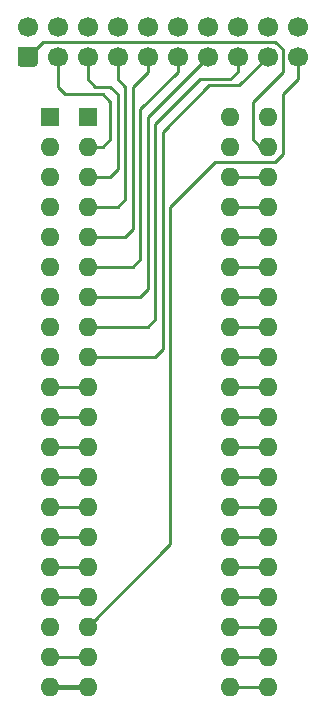
<source format=gtl>
%TF.GenerationSoftware,KiCad,Pcbnew,(5.1.8)-1*%
%TF.CreationDate,2021-03-10T03:30:20+01:00*%
%TF.ProjectId,C64 1541-II VIA Adapter,43363420-3135-4343-912d-494920564941,rev?*%
%TF.SameCoordinates,Original*%
%TF.FileFunction,Copper,L1,Top*%
%TF.FilePolarity,Positive*%
%FSLAX46Y46*%
G04 Gerber Fmt 4.6, Leading zero omitted, Abs format (unit mm)*
G04 Created by KiCad (PCBNEW (5.1.8)-1) date 2021-03-10 03:30:20*
%MOMM*%
%LPD*%
G01*
G04 APERTURE LIST*
%TA.AperFunction,ComponentPad*%
%ADD10C,1.700000*%
%TD*%
%TA.AperFunction,ComponentPad*%
%ADD11O,1.600000X1.600000*%
%TD*%
%TA.AperFunction,ComponentPad*%
%ADD12R,1.600000X1.600000*%
%TD*%
%TA.AperFunction,Conductor*%
%ADD13C,0.250000*%
%TD*%
%TA.AperFunction,Conductor*%
%ADD14C,0.381000*%
%TD*%
G04 APERTURE END LIST*
D10*
%TO.P,J2,11*%
%TO.N,GND*%
X100330000Y-54610000D03*
X102870000Y-54610000D03*
X105410000Y-54610000D03*
X107950000Y-54610000D03*
X110490000Y-54610000D03*
X113030000Y-54610000D03*
X115570000Y-54610000D03*
X118110000Y-54610000D03*
X120650000Y-54610000D03*
%TO.P,J2,10*%
%TO.N,/CB1*%
X123190000Y-57150000D03*
%TO.P,J2,8*%
%TO.N,/PA6*%
X118110000Y-57150000D03*
%TO.P,J2,6*%
%TO.N,/PA4*%
X113030000Y-57150000D03*
%TO.P,J2,4*%
%TO.N,/PA2*%
X107950000Y-57150000D03*
%TO.P,J2,2*%
%TO.N,/PA0*%
X102870000Y-57150000D03*
%TO.P,J2,11*%
%TO.N,GND*%
X123190000Y-54610000D03*
%TO.P,J2,9*%
%TO.N,/PA7*%
X120650000Y-57150000D03*
%TO.P,J2,7*%
%TO.N,/PA5*%
X115570000Y-57150000D03*
%TO.P,J2,5*%
%TO.N,/PA3*%
X110490000Y-57150000D03*
%TO.P,J2,3*%
%TO.N,/PA1*%
X105410000Y-57150000D03*
%TO.P,J2,1*%
%TO.N,/CA2*%
%TA.AperFunction,ComponentPad*%
G36*
G01*
X100930000Y-58000000D02*
X99730000Y-58000000D01*
G75*
G02*
X99480000Y-57750000I0J250000D01*
G01*
X99480000Y-56550000D01*
G75*
G02*
X99730000Y-56300000I250000J0D01*
G01*
X100930000Y-56300000D01*
G75*
G02*
X101180000Y-56550000I0J-250000D01*
G01*
X101180000Y-57750000D01*
G75*
G02*
X100930000Y-58000000I-250000J0D01*
G01*
G37*
%TD.AperFunction*%
%TD*%
D11*
%TO.P,A1,40*%
%TO.N,/CA1*%
X117475000Y-62230000D03*
%TO.P,A1,20*%
%TO.N,VCC*%
X102235000Y-110490000D03*
%TO.P,A1,39*%
%TO.N,N/C*%
X117475000Y-64770000D03*
%TO.P,A1,19*%
%TO.N,/CB2*%
X102235000Y-107950000D03*
%TO.P,A1,38*%
%TO.N,/RS0*%
X117475000Y-67310000D03*
%TO.P,A1,18*%
%TO.N,N/C*%
X102235000Y-105410000D03*
%TO.P,A1,37*%
%TO.N,/RS1*%
X117475000Y-69850000D03*
%TO.P,A1,17*%
%TO.N,/PB7*%
X102235000Y-102870000D03*
%TO.P,A1,36*%
%TO.N,/RS2*%
X117475000Y-72390000D03*
%TO.P,A1,16*%
%TO.N,/PB6*%
X102235000Y-100330000D03*
%TO.P,A1,35*%
%TO.N,/RS3*%
X117475000Y-74930000D03*
%TO.P,A1,15*%
%TO.N,/PB5*%
X102235000Y-97790000D03*
%TO.P,A1,34*%
%TO.N,/~RESET*%
X117475000Y-77470000D03*
%TO.P,A1,14*%
%TO.N,/PB4*%
X102235000Y-95250000D03*
%TO.P,A1,33*%
%TO.N,/D0*%
X117475000Y-80010000D03*
%TO.P,A1,13*%
%TO.N,/PB3*%
X102235000Y-92710000D03*
%TO.P,A1,32*%
%TO.N,/D1*%
X117475000Y-82550000D03*
%TO.P,A1,12*%
%TO.N,/PB2*%
X102235000Y-90170000D03*
%TO.P,A1,31*%
%TO.N,/D2*%
X117475000Y-85090000D03*
%TO.P,A1,11*%
%TO.N,/PB1*%
X102235000Y-87630000D03*
%TO.P,A1,30*%
%TO.N,/D3*%
X117475000Y-87630000D03*
%TO.P,A1,10*%
%TO.N,/PB0*%
X102235000Y-85090000D03*
%TO.P,A1,29*%
%TO.N,/D4*%
X117475000Y-90170000D03*
%TO.P,A1,9*%
%TO.N,N/C*%
X102235000Y-82550000D03*
%TO.P,A1,28*%
%TO.N,/D5*%
X117475000Y-92710000D03*
%TO.P,A1,8*%
%TO.N,N/C*%
X102235000Y-80010000D03*
%TO.P,A1,27*%
%TO.N,/D6*%
X117475000Y-95250000D03*
%TO.P,A1,7*%
%TO.N,N/C*%
X102235000Y-77470000D03*
%TO.P,A1,26*%
%TO.N,/D7*%
X117475000Y-97790000D03*
%TO.P,A1,6*%
%TO.N,N/C*%
X102235000Y-74930000D03*
%TO.P,A1,25*%
%TO.N,/PHI2*%
X117475000Y-100330000D03*
%TO.P,A1,5*%
%TO.N,N/C*%
X102235000Y-72390000D03*
%TO.P,A1,24*%
%TO.N,/CS1*%
X117475000Y-102870000D03*
%TO.P,A1,4*%
%TO.N,N/C*%
X102235000Y-69850000D03*
%TO.P,A1,23*%
%TO.N,/~CS2*%
X117475000Y-105410000D03*
%TO.P,A1,3*%
%TO.N,N/C*%
X102235000Y-67310000D03*
%TO.P,A1,22*%
%TO.N,/R_~W*%
X117475000Y-107950000D03*
%TO.P,A1,2*%
%TO.N,N/C*%
X102235000Y-64770000D03*
%TO.P,A1,21*%
%TO.N,/~IRQ*%
X117475000Y-110490000D03*
D12*
%TO.P,A1,1*%
%TO.N,GND*%
X102235000Y-62230000D03*
%TD*%
%TO.P,U1,1*%
%TO.N,GND*%
X105410000Y-62230000D03*
D11*
%TO.P,U1,21*%
%TO.N,/~IRQ*%
X120650000Y-110490000D03*
%TO.P,U1,2*%
%TO.N,/PA0*%
X105410000Y-64770000D03*
%TO.P,U1,22*%
%TO.N,/R_~W*%
X120650000Y-107950000D03*
%TO.P,U1,3*%
%TO.N,/PA1*%
X105410000Y-67310000D03*
%TO.P,U1,23*%
%TO.N,/~CS2*%
X120650000Y-105410000D03*
%TO.P,U1,4*%
%TO.N,/PA2*%
X105410000Y-69850000D03*
%TO.P,U1,24*%
%TO.N,/CS1*%
X120650000Y-102870000D03*
%TO.P,U1,5*%
%TO.N,/PA3*%
X105410000Y-72390000D03*
%TO.P,U1,25*%
%TO.N,/PHI2*%
X120650000Y-100330000D03*
%TO.P,U1,6*%
%TO.N,/PA4*%
X105410000Y-74930000D03*
%TO.P,U1,26*%
%TO.N,/D7*%
X120650000Y-97790000D03*
%TO.P,U1,7*%
%TO.N,/PA5*%
X105410000Y-77470000D03*
%TO.P,U1,27*%
%TO.N,/D6*%
X120650000Y-95250000D03*
%TO.P,U1,8*%
%TO.N,/PA6*%
X105410000Y-80010000D03*
%TO.P,U1,28*%
%TO.N,/D5*%
X120650000Y-92710000D03*
%TO.P,U1,9*%
%TO.N,/PA7*%
X105410000Y-82550000D03*
%TO.P,U1,29*%
%TO.N,/D4*%
X120650000Y-90170000D03*
%TO.P,U1,10*%
%TO.N,/PB0*%
X105410000Y-85090000D03*
%TO.P,U1,30*%
%TO.N,/D3*%
X120650000Y-87630000D03*
%TO.P,U1,11*%
%TO.N,/PB1*%
X105410000Y-87630000D03*
%TO.P,U1,31*%
%TO.N,/D2*%
X120650000Y-85090000D03*
%TO.P,U1,12*%
%TO.N,/PB2*%
X105410000Y-90170000D03*
%TO.P,U1,32*%
%TO.N,/D1*%
X120650000Y-82550000D03*
%TO.P,U1,13*%
%TO.N,/PB3*%
X105410000Y-92710000D03*
%TO.P,U1,33*%
%TO.N,/D0*%
X120650000Y-80010000D03*
%TO.P,U1,14*%
%TO.N,/PB4*%
X105410000Y-95250000D03*
%TO.P,U1,34*%
%TO.N,/~RESET*%
X120650000Y-77470000D03*
%TO.P,U1,15*%
%TO.N,/PB5*%
X105410000Y-97790000D03*
%TO.P,U1,35*%
%TO.N,/RS3*%
X120650000Y-74930000D03*
%TO.P,U1,16*%
%TO.N,/PB6*%
X105410000Y-100330000D03*
%TO.P,U1,36*%
%TO.N,/RS2*%
X120650000Y-72390000D03*
%TO.P,U1,17*%
%TO.N,/PB7*%
X105410000Y-102870000D03*
%TO.P,U1,37*%
%TO.N,/RS1*%
X120650000Y-69850000D03*
%TO.P,U1,18*%
%TO.N,/CB1*%
X105410000Y-105410000D03*
%TO.P,U1,38*%
%TO.N,/RS0*%
X120650000Y-67310000D03*
%TO.P,U1,19*%
%TO.N,/CB2*%
X105410000Y-107950000D03*
%TO.P,U1,39*%
%TO.N,/CA2*%
X120650000Y-64770000D03*
%TO.P,U1,20*%
%TO.N,VCC*%
X105410000Y-110490000D03*
%TO.P,U1,40*%
%TO.N,/CA1*%
X120650000Y-62230000D03*
%TD*%
D13*
%TO.N,/~IRQ*%
X117475000Y-110490000D02*
X120650000Y-110490000D01*
%TO.N,/R_~W*%
X120650000Y-107950000D02*
X117475000Y-107950000D01*
%TO.N,/~CS2*%
X117475000Y-105410000D02*
X120650000Y-105410000D01*
%TO.N,/CS1*%
X117475000Y-102870000D02*
X120650000Y-102870000D01*
%TO.N,/PHI2*%
X120650000Y-100330000D02*
X117475000Y-100330000D01*
%TO.N,/D7*%
X117475000Y-97790000D02*
X120650000Y-97790000D01*
%TO.N,/D6*%
X120650000Y-95250000D02*
X117475000Y-95250000D01*
%TO.N,/D5*%
X117475000Y-92710000D02*
X120650000Y-92710000D01*
%TO.N,/D4*%
X120650000Y-90170000D02*
X117475000Y-90170000D01*
%TO.N,/PB0*%
X102235000Y-85090000D02*
X105410000Y-85090000D01*
%TO.N,/D3*%
X117475000Y-87630000D02*
X120650000Y-87630000D01*
%TO.N,/PB1*%
X105410000Y-87630000D02*
X102235000Y-87630000D01*
%TO.N,/D2*%
X120650000Y-85090000D02*
X117475000Y-85090000D01*
%TO.N,/PB2*%
X102235000Y-90170000D02*
X105410000Y-90170000D01*
%TO.N,/D1*%
X117475000Y-82550000D02*
X120650000Y-82550000D01*
%TO.N,/PB3*%
X105410000Y-92710000D02*
X102235000Y-92710000D01*
%TO.N,/D0*%
X120650000Y-80010000D02*
X117475000Y-80010000D01*
%TO.N,/PB4*%
X102235000Y-95250000D02*
X105410000Y-95250000D01*
%TO.N,/~RESET*%
X117475000Y-77470000D02*
X120650000Y-77470000D01*
%TO.N,/PB5*%
X105410000Y-97790000D02*
X102235000Y-97790000D01*
%TO.N,/RS3*%
X120650000Y-74930000D02*
X117475000Y-74930000D01*
%TO.N,/PB6*%
X102235000Y-100330000D02*
X105410000Y-100330000D01*
%TO.N,/RS2*%
X117475000Y-72390000D02*
X120650000Y-72390000D01*
%TO.N,/PB7*%
X105410000Y-102870000D02*
X102235000Y-102870000D01*
%TO.N,/RS1*%
X120650000Y-69850000D02*
X117475000Y-69850000D01*
%TO.N,/RS0*%
X117475000Y-67310000D02*
X120650000Y-67310000D01*
%TO.N,/CB2*%
X102235000Y-107950000D02*
X105410000Y-107950000D01*
D14*
%TO.N,VCC*%
X105410000Y-110490000D02*
X102235000Y-110490000D01*
D13*
%TO.N,/CA2*%
X121285000Y-55880000D02*
X121920000Y-56515000D01*
X101600000Y-55880000D02*
X121285000Y-55880000D01*
X100330000Y-57150000D02*
X101600000Y-55880000D01*
X120650000Y-64770000D02*
X120015000Y-64770000D01*
X120015000Y-64770000D02*
X119380000Y-64135000D01*
X119380000Y-60960000D02*
X121920000Y-58420000D01*
X119380000Y-64135000D02*
X119380000Y-60960000D01*
X121920000Y-56515000D02*
X121920000Y-58420000D01*
%TO.N,/PA1*%
X105410000Y-67310000D02*
X107315000Y-67310000D01*
X107315000Y-67310000D02*
X107950000Y-66675000D01*
X107950000Y-66675000D02*
X107950000Y-60325000D01*
X107950000Y-60325000D02*
X107315000Y-59690000D01*
X107315000Y-59690000D02*
X106045000Y-59690000D01*
X105410000Y-59055000D02*
X105410000Y-57150000D01*
X106045000Y-59690000D02*
X105410000Y-59055000D01*
%TO.N,/PA3*%
X108585000Y-72390000D02*
X105410000Y-72390000D01*
X109220000Y-71755000D02*
X108585000Y-72390000D01*
X109220000Y-59690000D02*
X109220000Y-71755000D01*
X110490000Y-58420000D02*
X109220000Y-59690000D01*
X110490000Y-57150000D02*
X110490000Y-58420000D01*
%TO.N,/PA5*%
X110490000Y-76835000D02*
X110490000Y-62230000D01*
X109855000Y-77470000D02*
X110490000Y-76835000D01*
X105410000Y-77470000D02*
X109855000Y-77470000D01*
X110490000Y-62230000D02*
X115570000Y-57150000D01*
%TO.N,/PA7*%
X111760000Y-63500000D02*
X111760000Y-81915000D01*
X120650000Y-57150000D02*
X118200001Y-59599999D01*
X118200001Y-59599999D02*
X115660001Y-59599999D01*
X115660001Y-59599999D02*
X111760000Y-63500000D01*
X111760000Y-81915000D02*
X111125000Y-82550000D01*
X111125000Y-82550000D02*
X105410000Y-82550000D01*
%TO.N,/PA0*%
X102870000Y-57150000D02*
X102870000Y-59690000D01*
X102870000Y-59690000D02*
X103505000Y-60325000D01*
X103505000Y-60325000D02*
X106680000Y-60325000D01*
X106680000Y-60325000D02*
X107315000Y-60960000D01*
X107315000Y-60960000D02*
X107315000Y-64135000D01*
X106680000Y-64770000D02*
X105410000Y-64770000D01*
X107315000Y-64135000D02*
X106680000Y-64770000D01*
%TO.N,/PA2*%
X107950000Y-57150000D02*
X107950000Y-59055000D01*
X107950000Y-59055000D02*
X108585000Y-59690000D01*
X108585000Y-59690000D02*
X108585000Y-69215000D01*
X107950000Y-69850000D02*
X105410000Y-69850000D01*
X108585000Y-69215000D02*
X107950000Y-69850000D01*
%TO.N,/PA4*%
X113030000Y-58420000D02*
X113030000Y-57150000D01*
X109855000Y-61595000D02*
X113030000Y-58420000D01*
X109855000Y-74295000D02*
X109855000Y-61595000D01*
X109220000Y-74930000D02*
X109855000Y-74295000D01*
X105410000Y-74930000D02*
X109220000Y-74930000D01*
%TO.N,/PA6*%
X105410000Y-80010000D02*
X110490000Y-80010000D01*
X110490000Y-80010000D02*
X111125000Y-79375000D01*
X111125000Y-79375000D02*
X111125000Y-62865000D01*
X111125000Y-62865000D02*
X114935000Y-59055000D01*
X114935000Y-59055000D02*
X117475000Y-59055000D01*
X118110000Y-58420000D02*
X118110000Y-57150000D01*
X117475000Y-59055000D02*
X118110000Y-58420000D01*
%TO.N,/CB1*%
X112395000Y-98425000D02*
X105410000Y-105410000D01*
X116205000Y-66040000D02*
X112395000Y-69850000D01*
X112395000Y-69850000D02*
X112395000Y-98425000D01*
X121285000Y-66040000D02*
X116205000Y-66040000D01*
X121920000Y-65405000D02*
X121285000Y-66040000D01*
X121920000Y-60325000D02*
X121920000Y-65405000D01*
X123190000Y-59055000D02*
X121920000Y-60325000D01*
X123190000Y-57150000D02*
X123190000Y-59055000D01*
%TD*%
M02*

</source>
